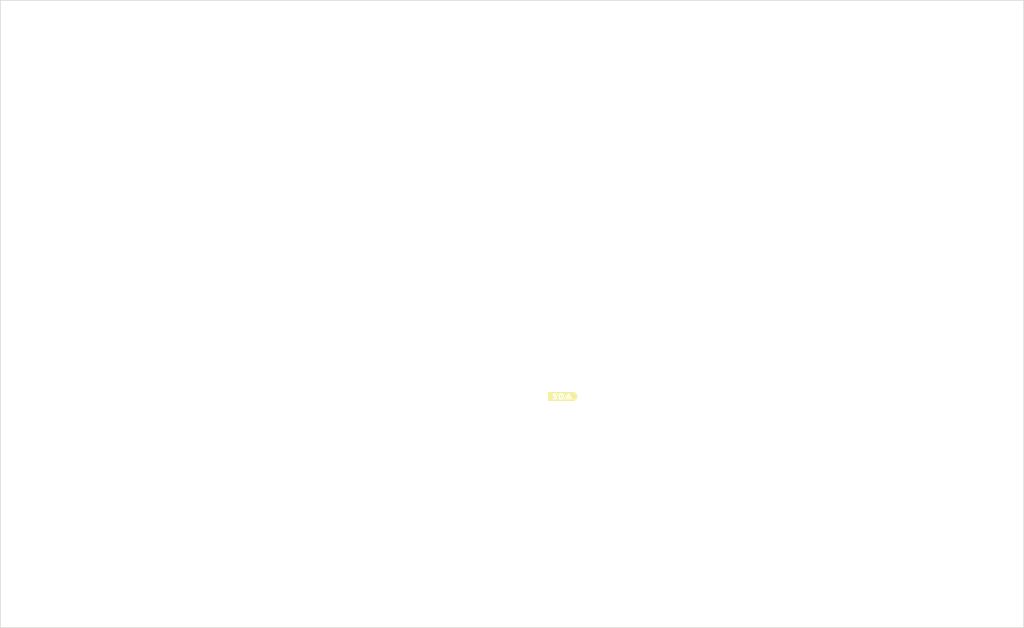
<source format=kicad_pcb>
(kicad_pcb (version 20210108) (generator pcbnew)
  (layers (0 "F.Cu" signal) (31 "B.Cu" signal) (34 "B.Paste" user) (35 "F.Paste" user) (36 "B.SilkS" user "B.Silkscreen") (37 "F.SilkS" user "F.Silkscreen") (38 "B.Mask" user) (39 "F.Mask" user) (44 "Edge.Cuts" user))
  (net 0 "")
  (footprint "label" (layer "F.Cu") (at 170 115)
    (fp_text reference "" (at 0 0) (layer "F.SilkS") (effects (font (size 1.27 1.27))))
    (fp_text value "" (at 0 0) (layer "F.SilkS") (effects (font (size 1.27 1.27))))
    (fp_poly (pts (xy 0.0654 0.204) (xy 0.1142 0.1562) (xy 0.1508 0.1006) (xy 0.1698 0.0371) (xy 0.1712 -0.0332) (xy 0.1555 -0.0985) (xy 0.1227 -0.1557) (xy 0.0737 -0.2038) (xy 0.0158 -0.2356) (xy -0.0498 -0.2498) (xy -0.1859 -0.2506) (xy -0.193 -0.1901) (xy -0.193 0.2159) (xy -0.1533 0.2438) (xy -0.018 0.2438) (xy 0.0654 0.204)) (layer "F.SilkS") (width 0.01) (fill solid))
    (fp_poly (pts (xy -1.7503 -0.6773) (xy -2.0209 -0.6773) (xy -2.0489 -0.6377) (xy -2.0489 0.6478) (xy -2.0108 0.6773) (xy 1.7106 0.6773) (xy 1.7781 0.6739) (xy 1.845 0.6638) (xy 1.9105 0.6471) (xy 1.974 0.6239) (xy 2.0349 0.5945) (xy 2.0926 0.5591) (xy 2.1464 0.5182) (xy 2.196 0.4721) (xy 2.2406 0.4213) (xy 2.28 0.3663) (xy 2.3137 0.3077) (xy 2.3414 0.246) (xy 2.3627 0.1818) (xy 2.3776 0.1158) (xy 2.3858 0.0487) (xy 2.3873 -0.0189) (xy 2.3821 -0.0863) (xy 2.3701 -0.1529) (xy 2.3516 -0.2179) (xy 2.3266 -0.2808) (xy 2.2956 -0.3409) (xy 2.2587 -0.3975) (xy 2.2163 -0.4503) (xy 2.1689 -0.4985) (xy 2.1169 -0.5417) (xy 2.0608 -0.5796) (xy 2.0013 -0.6116) (xy 1.9388 -0.6376) (xy 1.8741 -0.6572) (xy 1.8077 -0.6703) (xy 1.7404 -0.6767) (xy 1.6728 -0.6773) (xy -1.709 -0.6773) (xy -1.2752 -0.3808) (xy -1.2309 -0.4316) (xy -1.1798 -0.4683) (xy -1.1196 -0.4931) (xy -1.0504 -0.506) (xy -0.9755 -0.5073) (xy -0.9075 -0.4994) (xy -0.8399 -0.4809) (xy -0.7809 -0.4518) (xy -0.7287 -0.4083) (xy -0.7012 -0.3554) (xy -0.7273 -0.2955) (xy -0.7788 -0.2377) (xy -0.8335 -0.2245) (xy -0.8962 -0.252) (xy -0.9498 -0.291) (xy -1.0214 -0.2961) (xy -1.0782 -0.267) (xy -1.0918 -0.2028) (xy -1.0482 -0.156) (xy -0.9839 -0.1332) (xy -0.9211 -0.1185) (xy -0.851 -0.0993) (xy -0.787 -0.076) (xy -0.7324 -0.0452) (xy -0.6871 0.0066) (xy -0.6597 0.0652) (xy -0.6477 0.1331) (xy -0.6496 0.2061) (xy -0.6644 0.2701) (xy -0.4233 0.3256) (xy -0.4232 -0.4163) (xy -0.3942 -0.4648) (xy -0.3232 -0.4806) (xy -0.2758 -0.4809) (xy -0.0728 -0.4809) (xy -0.0046 -0.4766) (xy 0.0604 -0.463) (xy 0.1222 -0.4403) (xy 0.1809 -0.4085) (xy 0.2363 -0.3675) (xy 0.2871 -0.3185) (xy 0.3288 -0.2653) (xy 0.3612 -0.2079) (xy 0.3844 -0.1463) (xy 0.3983 -0.0805) (xy 0.403 -0.0105) (xy 0.3986 0.059) (xy 0.3854 0.1248) (xy 0.3638 0.1858) (xy 0.5844 0.3186) (xy 0.6146 0.2529) (xy 0.9399 -0.4165) (xy 0.9807 -0.4683) (xy 1.0434 -0.494) (xy 1.1069 -0.481) (xy 1.1527 -0.431) (xy 1.1549 -0.4267) (xy 1.5104 0.306) (xy 1.5273 0.3679) (xy 1.5022 0.4186) (xy 1.4323 0.4621) (xy 1.3709 0.4734) (xy 1.3172 0.4365) (xy 1.286 0.3762) (xy 1.2569 0.3152) (xy 1.2257 0.2574) (xy 0.8874 0.2574) (xy 0.8486 0.3031) (xy 0.7875 0.4283) (xy 0.7417 0.4701) (xy 0.6831 0.4653) (xy 0.609 0.4256) (xy 0.5734 0.377) (xy 0.5837 0.321) (xy 0.3628 0.1881) (xy 0.3324 0.2455) (xy 0.2927 0.3003) (xy 0.2442 0.3513) (xy 0.1907 0.3944) (xy 0.1335 0.4282) (xy 0.0725 0.4528) (xy 0.0077 0.468) (xy -0.0608 0.474) (xy -0.2642 0.4741) (xy -0.34 0.4726) (xy -0.4004 0.4514) (xy -0.4209 0.4004) (xy -0.4233 0.3281) (xy -0.6652 0.2724) (xy -0.6943 0.3315) (xy -0.7377 0.383) (xy -0.7923 0.421) (xy -0.8532 0.4497) (xy -0.9175 0.4674) (xy -0.9851 0.4741) (xy -1.0541 0.4704) (xy -1.1205 0.457) (xy -1.1823 0.4295) (xy -1.2426 0.3879) (xy -1.2865 0.3442) (xy -1.3216 0.3005) (xy -1.3372 0.2439) (xy -1.3083 0.1897) (xy -1.2479 0.1419) (xy -1.1921 0.1394) (xy -1.1347 0.1771) (xy -1.0795 0.2246) (xy -1.0147 0.2558) (xy -0.9402 0.2499) (xy -0.8909 0.2156) (xy -0.8777 0.1543) (xy -0.9182 0.1043) (xy -0.9818 0.083) (xy -1.0458 0.0702) (xy -1.1137 0.0482) (xy -1.1762 0.0216) (xy -1.2322 -0.0106) (xy -1.2776 -0.0605) (xy -1.3079 -0.1206) (xy -1.3223 -0.1864) (xy -1.3223 -0.2568) (xy -1.307 -0.3212) (xy -1.2766 -0.3788) (xy -1.7115 -0.6773) (xy -1.7503 -0.6773)) (layer "F.SilkS") (width 0.01) (fill solid))
    (fp_poly (pts (xy 1.0207 -0.0571) (xy 0.9657 0.0666) (xy 1.0992 0.0677) (xy 1.1205 0.0386) (xy 1.0618 -0.0834) (xy 1.0207 -0.0571)) (layer "F.SilkS") (width 0.01) (fill solid))
  )
  (gr_poly (pts (xy 240 150) (xy 85 150) (xy 85 55) (xy 240 55)) (layer "Edge.Cuts") (width 0.1) (fill none))
)
</source>
